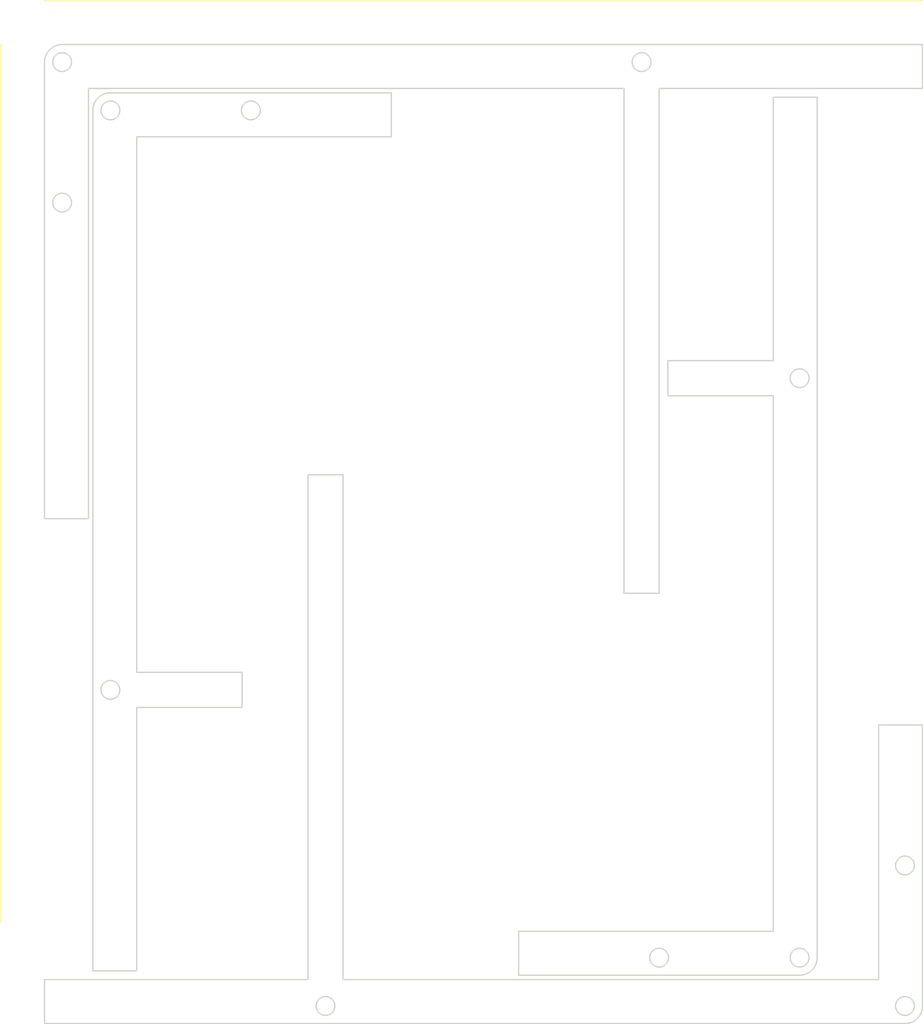
<source format=kicad_pcb>
(kicad_pcb (version 20171130) (host pcbnew "(5.0.2)-1")

  (general
    (thickness 1.6)
    (drawings 46)
    (tracks 0)
    (zones 0)
    (modules 12)
    (nets 1)
  )

  (page A4)
  (title_block
    (title "Ukiha Keyboard")
    (rev 2)
    (company @e3w2q)
  )

  (layers
    (0 F.Cu signal)
    (31 B.Cu signal)
    (32 B.Adhes user hide)
    (33 F.Adhes user)
    (34 B.Paste user)
    (35 F.Paste user)
    (36 B.SilkS user)
    (37 F.SilkS user)
    (38 B.Mask user hide)
    (39 F.Mask user hide)
    (40 Dwgs.User user hide)
    (41 Cmts.User user)
    (42 Eco1.User user)
    (43 Eco2.User user)
    (44 Edge.Cuts user)
    (45 Margin user)
    (46 B.CrtYd user hide)
    (47 F.CrtYd user)
    (48 B.Fab user)
    (49 F.Fab user)
  )

  (setup
    (last_trace_width 0.25)
    (trace_clearance 0.2)
    (zone_clearance 0.3)
    (zone_45_only no)
    (trace_min 0.2)
    (segment_width 0.15)
    (edge_width 0.15)
    (via_size 0.8)
    (via_drill 0.4)
    (via_min_size 0.6)
    (via_min_drill 0.3)
    (uvia_size 0.3)
    (uvia_drill 0.1)
    (uvias_allowed no)
    (uvia_min_size 0.2)
    (uvia_min_drill 0.1)
    (pcb_text_width 0.3)
    (pcb_text_size 1.5 1.5)
    (mod_edge_width 0.15)
    (mod_text_size 1 1)
    (mod_text_width 0.15)
    (pad_size 2 1.2)
    (pad_drill 1.2)
    (pad_to_mask_clearance 0.2)
    (solder_mask_min_width 0.25)
    (aux_axis_origin 37.70322 52.784508)
    (grid_origin 27.102501 36.80625)
    (visible_elements 7FFFFFEF)
    (pcbplotparams
      (layerselection 0x010f0_ffffffff)
      (usegerberextensions false)
      (usegerberattributes false)
      (usegerberadvancedattributes false)
      (creategerberjobfile false)
      (excludeedgelayer true)
      (linewidth 0.100000)
      (plotframeref false)
      (viasonmask false)
      (mode 1)
      (useauxorigin false)
      (hpglpennumber 1)
      (hpglpenspeed 20)
      (hpglpendiameter 15.000000)
      (psnegative false)
      (psa4output false)
      (plotreference true)
      (plotvalue true)
      (plotinvisibletext false)
      (padsonsilk false)
      (subtractmaskfromsilk true)
      (outputformat 1)
      (mirror false)
      (drillshape 0)
      (scaleselection 1)
      (outputdirectory "../ukiha-gerber/"))
  )

  (net 0 "")

  (net_class Default "This is the default net class."
    (clearance 0.2)
    (trace_width 0.25)
    (via_dia 0.8)
    (via_drill 0.4)
    (uvia_dia 0.3)
    (uvia_drill 0.1)
  )

  (net_class PWR ""
    (clearance 0.2)
    (trace_width 0.5)
    (via_dia 0.8)
    (via_drill 0.4)
    (uvia_dia 0.6)
    (uvia_drill 0.2)
  )

  (net_class VCC ""
    (clearance 0.2)
    (trace_width 0.5)
    (via_dia 0.8)
    (via_drill 0.4)
    (uvia_dia 0.3)
    (uvia_drill 0.1)
  )

  (module "#footprint:M2_Hole_Edge.Cuts" (layer F.Cu) (tedit 5E64FB56) (tstamp 5F873FF6)
    (at 113.102501 74.80625 90)
    (descr "Resitance 3 pas")
    (tags R)
    (autoplace_cost180 10)
    (fp_text reference "" (at 0 1.651 90) (layer F.Fab) hide
      (effects (font (size 0.8128 0.8128) (thickness 0.15)))
    )
    (fp_text value "" (at 0 -1.4605 90) (layer F.Fab) hide
      (effects (font (size 0.5 0.5) (thickness 0.125)))
    )
    (fp_circle (center 0 0) (end 1.07 0) (layer Edge.Cuts) (width 0.15))
  )

  (module "#footprint:M2_Hole_Edge.Cuts" (layer F.Cu) (tedit 5E64FB56) (tstamp 5F873FF2)
    (at 113.102501 140.80625 90)
    (descr "Resitance 3 pas")
    (tags R)
    (autoplace_cost180 10)
    (fp_text reference "" (at 0 1.651 90) (layer F.Fab) hide
      (effects (font (size 0.8128 0.8128) (thickness 0.15)))
    )
    (fp_text value "" (at 0 -1.4605 90) (layer F.Fab) hide
      (effects (font (size 0.5 0.5) (thickness 0.125)))
    )
    (fp_circle (center 0 0) (end 1.07 0) (layer Edge.Cuts) (width 0.15))
  )

  (module "#footprint:M2_Hole_Edge.Cuts" (layer F.Cu) (tedit 5E64FB56) (tstamp 5F873FEE)
    (at 97.102501 140.80625 90)
    (descr "Resitance 3 pas")
    (tags R)
    (autoplace_cost180 10)
    (fp_text reference "" (at 0 1.651 90) (layer F.Fab) hide
      (effects (font (size 0.8128 0.8128) (thickness 0.15)))
    )
    (fp_text value "" (at 0 -1.4605 90) (layer F.Fab) hide
      (effects (font (size 0.5 0.5) (thickness 0.125)))
    )
    (fp_circle (center 0 0) (end 1.07 0) (layer Edge.Cuts) (width 0.15))
  )

  (module "#footprint:M2_Hole_Edge.Cuts" (layer F.Cu) (tedit 5E64FB56) (tstamp 5F873DDA)
    (at 34.602501 44.30625 270)
    (descr "Resitance 3 pas")
    (tags R)
    (autoplace_cost180 10)
    (fp_text reference "" (at 0 1.651 270) (layer F.Fab) hide
      (effects (font (size 0.8128 0.8128) (thickness 0.15)))
    )
    (fp_text value "" (at 0 -1.4605 270) (layer F.Fab) hide
      (effects (font (size 0.5 0.5) (thickness 0.125)))
    )
    (fp_circle (center 0 0) (end 1.07 0) (layer Edge.Cuts) (width 0.15))
  )

  (module "#footprint:M2_Hole_Edge.Cuts" (layer F.Cu) (tedit 5E64FB56) (tstamp 5F873DD6)
    (at 50.602501 44.30625 270)
    (descr "Resitance 3 pas")
    (tags R)
    (autoplace_cost180 10)
    (fp_text reference "" (at 0 1.651 270) (layer F.Fab) hide
      (effects (font (size 0.8128 0.8128) (thickness 0.15)))
    )
    (fp_text value "" (at 0 -1.4605 270) (layer F.Fab) hide
      (effects (font (size 0.5 0.5) (thickness 0.125)))
    )
    (fp_circle (center 0 0) (end 1.07 0) (layer Edge.Cuts) (width 0.15))
  )

  (module "#footprint:M2_Hole_Edge.Cuts" (layer F.Cu) (tedit 5E64FB56) (tstamp 5F873DD2)
    (at 34.602501 110.30625 270)
    (descr "Resitance 3 pas")
    (tags R)
    (autoplace_cost180 10)
    (fp_text reference "" (at 0 1.651 270) (layer F.Fab) hide
      (effects (font (size 0.8128 0.8128) (thickness 0.15)))
    )
    (fp_text value "" (at 0 -1.4605 270) (layer F.Fab) hide
      (effects (font (size 0.5 0.5) (thickness 0.125)))
    )
    (fp_circle (center 0 0) (end 1.07 0) (layer Edge.Cuts) (width 0.15))
  )

  (module "#footprint:M2_Hole_Edge.Cuts" (layer F.Cu) (tedit 5E64FB56) (tstamp 5F873F29)
    (at 125.102501 130.30625 180)
    (descr "Resitance 3 pas")
    (tags R)
    (autoplace_cost180 10)
    (fp_text reference "" (at 0 1.651 180) (layer F.Fab) hide
      (effects (font (size 0.8128 0.8128) (thickness 0.15)))
    )
    (fp_text value "" (at 0 -1.4605 180) (layer F.Fab) hide
      (effects (font (size 0.5 0.5) (thickness 0.125)))
    )
    (fp_circle (center 0 0) (end 1.07 0) (layer Edge.Cuts) (width 0.15))
  )

  (module "#footprint:M2_Hole_Edge.Cuts" (layer F.Cu) (tedit 5E64FB56) (tstamp 5F873F35)
    (at 59.102501 146.30625 180)
    (descr "Resitance 3 pas")
    (tags R)
    (autoplace_cost180 10)
    (fp_text reference "" (at 0 1.651 180) (layer F.Fab) hide
      (effects (font (size 0.8128 0.8128) (thickness 0.15)))
    )
    (fp_text value "" (at 0 -1.4605 180) (layer F.Fab) hide
      (effects (font (size 0.5 0.5) (thickness 0.125)))
    )
    (fp_circle (center 0 0) (end 1.07 0) (layer Edge.Cuts) (width 0.15))
  )

  (module "#footprint:M2_Hole_Edge.Cuts" (layer F.Cu) (tedit 5E64FB56) (tstamp 5F873F41)
    (at 125.102501 146.30625 180)
    (descr "Resitance 3 pas")
    (tags R)
    (autoplace_cost180 10)
    (fp_text reference "" (at 0 1.651 180) (layer F.Fab) hide
      (effects (font (size 0.8128 0.8128) (thickness 0.15)))
    )
    (fp_text value "" (at 0 -1.4605 180) (layer F.Fab) hide
      (effects (font (size 0.5 0.5) (thickness 0.125)))
    )
    (fp_circle (center 0 0) (end 1.07 0) (layer Edge.Cuts) (width 0.15))
  )

  (module "#footprint:M2_Hole_Edge.Cuts" (layer F.Cu) (tedit 5E64FB56) (tstamp 5F873B5B)
    (at 29.102501 54.80625)
    (descr "Resitance 3 pas")
    (tags R)
    (autoplace_cost180 10)
    (fp_text reference "" (at 0 1.651) (layer F.Fab) hide
      (effects (font (size 0.8128 0.8128) (thickness 0.15)))
    )
    (fp_text value "" (at 0 -1.4605) (layer F.Fab) hide
      (effects (font (size 0.5 0.5) (thickness 0.125)))
    )
    (fp_circle (center 0 0) (end 1.07 0) (layer Edge.Cuts) (width 0.15))
  )

  (module "#footprint:M2_Hole_Edge.Cuts" (layer F.Cu) (tedit 5E64FB56) (tstamp 5F873A6B)
    (at 29.102501 38.80625)
    (descr "Resitance 3 pas")
    (tags R)
    (autoplace_cost180 10)
    (fp_text reference "" (at 0 1.651) (layer F.Fab) hide
      (effects (font (size 0.8128 0.8128) (thickness 0.15)))
    )
    (fp_text value "" (at 0 -1.4605) (layer F.Fab) hide
      (effects (font (size 0.5 0.5) (thickness 0.125)))
    )
    (fp_circle (center 0 0) (end 1.07 0) (layer Edge.Cuts) (width 0.15))
  )

  (module "#footprint:M2_Hole_Edge.Cuts" (layer F.Cu) (tedit 5E64FB56) (tstamp 5F873A67)
    (at 95.102501 38.80625)
    (descr "Resitance 3 pas")
    (tags R)
    (autoplace_cost180 10)
    (fp_text reference "" (at 0 1.651) (layer F.Fab) hide
      (effects (font (size 0.8128 0.8128) (thickness 0.15)))
    )
    (fp_text value "" (at 0 -1.4605) (layer F.Fab) hide
      (effects (font (size 0.5 0.5) (thickness 0.125)))
    )
    (fp_circle (center 0 0) (end 1.07 0) (layer Edge.Cuts) (width 0.15))
  )

  (gr_line (start 110.102501 72.80625) (end 110.102501 42.80625) (layer Edge.Cuts) (width 0.15) (tstamp 5F874004))
  (gr_line (start 98.102501 76.80625) (end 98.102501 72.80625) (layer Edge.Cuts) (width 0.15) (tstamp 5F874003))
  (gr_line (start 98.102501 72.80625) (end 110.102501 72.80625) (layer Edge.Cuts) (width 0.15) (tstamp 5F874002))
  (gr_line (start 81.102501 142.80625) (end 81.102501 137.80625) (layer Edge.Cuts) (width 0.15) (tstamp 5F874001))
  (gr_line (start 110.102501 42.80625) (end 115.102501 42.80625) (layer Edge.Cuts) (width 0.15) (tstamp 5F874000))
  (gr_line (start 110.102501 137.80625) (end 110.102501 76.80625) (layer Edge.Cuts) (width 0.15) (tstamp 5F873FFF))
  (gr_line (start 115.102501 42.80625) (end 115.102501 140.80625) (layer Edge.Cuts) (width 0.15) (tstamp 5F873FFE))
  (gr_line (start 81.102501 137.80625) (end 110.102501 137.80625) (layer Edge.Cuts) (width 0.15) (tstamp 5F873FFD))
  (gr_arc (start 113.102501 140.80625) (end 113.102501 142.80625) (angle -90) (layer Edge.Cuts) (width 0.15) (tstamp 5F873FFC))
  (gr_line (start 113.102501 142.80625) (end 81.102501 142.80625) (layer Edge.Cuts) (width 0.15) (tstamp 5F873FFB))
  (gr_line (start 110.102501 76.80625) (end 98.102501 76.80625) (layer Edge.Cuts) (width 0.15) (tstamp 5F873FFA))
  (gr_line (start 34.602501 42.30625) (end 66.602501 42.30625) (layer Edge.Cuts) (width 0.15) (tstamp 5F873DDF))
  (gr_line (start 37.602501 108.30625) (end 49.602501 108.30625) (layer Edge.Cuts) (width 0.15) (tstamp 5F873DDE))
  (gr_line (start 66.602501 42.30625) (end 66.602501 47.30625) (layer Edge.Cuts) (width 0.15) (tstamp 5F873DD1))
  (gr_line (start 49.602501 112.30625) (end 37.602501 112.30625) (layer Edge.Cuts) (width 0.15) (tstamp 5F873DD0))
  (gr_arc (start 34.602501 44.30625) (end 34.602501 42.30625) (angle -90) (layer Edge.Cuts) (width 0.15) (tstamp 5F873DCF))
  (gr_line (start 49.602501 108.30625) (end 49.602501 112.30625) (layer Edge.Cuts) (width 0.15) (tstamp 5F873DCE))
  (gr_line (start 37.602501 112.30625) (end 37.602501 142.30625) (layer Edge.Cuts) (width 0.15) (tstamp 5F873DCD))
  (gr_line (start 32.602501 142.30625) (end 32.602501 44.30625) (layer Edge.Cuts) (width 0.15) (tstamp 5F873DCC))
  (gr_line (start 66.602501 47.30625) (end 37.602501 47.30625) (layer Edge.Cuts) (width 0.15) (tstamp 5F873DCB))
  (gr_line (start 37.602501 142.30625) (end 32.602501 142.30625) (layer Edge.Cuts) (width 0.15) (tstamp 5F873DCA))
  (gr_line (start 37.602501 47.30625) (end 37.602501 108.30625) (layer Edge.Cuts) (width 0.15) (tstamp 5F873DC9))
  (gr_line (start 122.102501 143.30625) (end 122.102501 114.30625) (layer Edge.Cuts) (width 0.15) (tstamp 5F873F4A))
  (gr_line (start 61.102501 85.80625) (end 61.102501 143.30625) (layer Edge.Cuts) (width 0.15) (tstamp 5F873F5C))
  (gr_line (start 57.102501 85.80625) (end 61.102501 85.80625) (layer Edge.Cuts) (width 0.15) (tstamp 5F873F5F))
  (gr_line (start 61.102501 143.30625) (end 122.102501 143.30625) (layer Edge.Cuts) (width 0.15) (tstamp 5F873F59))
  (gr_line (start 57.102501 143.30625) (end 57.102501 85.80625) (layer Edge.Cuts) (width 0.15) (tstamp 5F873F53))
  (gr_line (start 27.102501 143.30625) (end 27.102501 148.30625) (layer Edge.Cuts) (width 0.15) (tstamp 5F873F62))
  (gr_line (start 122.102501 114.30625) (end 127.102501 114.30625) (layer Edge.Cuts) (width 0.15) (tstamp 5F873F4D))
  (gr_line (start 27.102501 143.30625) (end 57.102501 143.30625) (layer Edge.Cuts) (width 0.15) (tstamp 5F873F56))
  (gr_arc (start 125.102501 146.30625) (end 125.102501 148.30625) (angle -90) (layer Edge.Cuts) (width 0.15) (tstamp 5F873F50))
  (gr_line (start 125.102501 148.30625) (end 27.102501 148.30625) (layer Edge.Cuts) (width 0.15) (tstamp 5F873F65))
  (gr_line (start 127.102501 146.30625) (end 127.102501 114.30625) (layer Edge.Cuts) (width 0.15) (tstamp 5F873F68))
  (gr_line (start 127.102501 41.80625) (end 127.102501 36.80625) (layer Edge.Cuts) (width 0.15) (tstamp 5F873A79))
  (gr_line (start 93.102501 41.80625) (end 32.102501 41.80625) (layer Edge.Cuts) (width 0.15) (tstamp 5F873A78))
  (gr_line (start 32.102501 90.80625) (end 32.102501 41.80625) (layer Edge.Cuts) (width 0.15) (tstamp 5F873A77))
  (gr_line (start 127.102501 41.80625) (end 97.102501 41.80625) (layer Edge.Cuts) (width 0.15) (tstamp 5F873A76))
  (gr_line (start 97.102501 41.80625) (end 97.102501 99.30625) (layer Edge.Cuts) (width 0.15) (tstamp 5F873A75))
  (gr_line (start 27.102501 90.80625) (end 32.102501 90.80625) (layer Edge.Cuts) (width 0.15) (tstamp 5F873A74))
  (gr_line (start 29.102501 36.80625) (end 127.102501 36.80625) (layer Edge.Cuts) (width 0.15) (tstamp 5F873A73))
  (gr_line (start 27.102501 38.80625) (end 27.102501 90.80625) (layer Edge.Cuts) (width 0.15) (tstamp 5F873A72))
  (gr_line (start 93.102501 99.30625) (end 93.102501 41.80625) (layer Edge.Cuts) (width 0.15) (tstamp 5F873A71))
  (gr_line (start 97.102501 99.30625) (end 93.102501 99.30625) (layer Edge.Cuts) (width 0.15) (tstamp 5F873A70))
  (gr_arc (start 29.102501 38.80625) (end 29.102501 36.80625) (angle -90) (layer Edge.Cuts) (width 0.15) (tstamp 5F873A6F))
  (gr_line (start 22.102501 36.80625) (end 22.102501 136.80625) (layer F.SilkS) (width 0.15))
  (gr_line (start 27.102501 31.80625) (end 127.102501 31.80625) (layer F.SilkS) (width 0.15))

)

</source>
